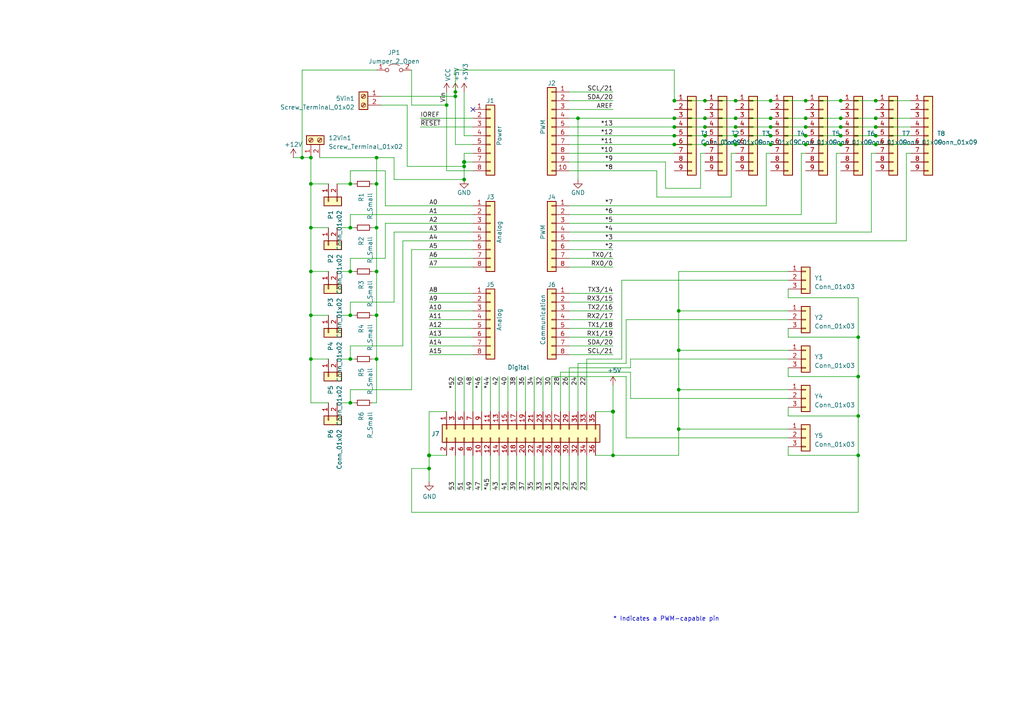
<source format=kicad_sch>
(kicad_sch (version 20230121) (generator eeschema)
  (paper "A4")
  (title_block (date "mar. 31 mars 2015"))
  (lib_symbols
    (symbol "Connector:Screw_Terminal_01x02" (pin_names (offset 1.016) hide)
      (property "Reference" "J" (at 0 2.54 0))
      (property "Value" "Screw_Terminal_01x02" (at 0 -5.08 0))
      (symbol "Screw_Terminal_01x02_1_1"
        (rectangle (start -1.27 1.27) (end 1.27 -3.81) (stroke (width 0.254)) (fill (type background)))
        (circle (center 0 -2.54) (radius 0.635) (stroke (width 0.1524)))
        (polyline (pts (xy -0.5334 -2.2098) (xy 0.3302 -3.048)) (stroke (width 0.1524)))
        (polyline (pts (xy -0.5334 0.3302) (xy 0.3302 -0.508)) (stroke (width 0.1524)))
        (polyline (pts (xy -0.3556 -2.032) (xy 0.508 -2.8702)) (stroke (width 0.1524)))
        (polyline (pts (xy -0.3556 0.508) (xy 0.508 -0.3302)) (stroke (width 0.1524)))
        (circle (center 0 0) (radius 0.635) (stroke (width 0.1524)))
        (pin passive line (at -5.08 0 0) (length 3.81) (name "Pin_1") (number "1"))
        (pin passive line (at -5.08 -2.54 0) (length 3.81) (name "Pin_2") (number "2"))
      )
    )
    (symbol "Connector_Generic:Conn_01x02" (pin_names (offset 1.016) hide)
      (property "Reference" "J" (at 0 2.54 0))
      (property "Value" "Conn_01x02" (at 0 -5.08 0))
      (symbol "Conn_01x02_1_1"
        (rectangle (start -1.27 -2.413) (end 0 -2.667) (stroke (width 0.1524)))
        (rectangle (start -1.27 0.127) (end 0 -0.127) (stroke (width 0.1524)))
        (rectangle (start -1.27 1.27) (end 1.27 -3.81) (stroke (width 0.254)) (fill (type background)))
        (pin passive line (at -5.08 0 0) (length 3.81) (name "Pin_1") (number "1"))
        (pin passive line (at -5.08 -2.54 0) (length 3.81) (name "Pin_2") (number "2"))
      )
    )
    (symbol "Connector_Generic:Conn_01x03" (pin_names (offset 1.016) hide)
      (property "Reference" "J" (at 0 5.08 0))
      (property "Value" "Conn_01x03" (at 0 -5.08 0))
      (symbol "Conn_01x03_1_1"
        (rectangle (start -1.27 -2.413) (end 0 -2.667) (stroke (width 0.1524)))
        (rectangle (start -1.27 0.127) (end 0 -0.127) (stroke (width 0.1524)))
        (rectangle (start -1.27 2.667) (end 0 2.413) (stroke (width 0.1524)))
        (rectangle (start -1.27 3.81) (end 1.27 -3.81) (stroke (width 0.254)) (fill (type background)))
        (pin passive line (at -5.08 2.54 0) (length 3.81) (name "Pin_1") (number "1"))
        (pin passive line (at -5.08 0 0) (length 3.81) (name "Pin_2") (number "2"))
        (pin passive line (at -5.08 -2.54 0) (length 3.81) (name "Pin_3") (number "3"))
      )
    )
    (symbol "Connector_Generic:Conn_01x08" (pin_names (offset 1.016) hide)
      (property "Reference" "J" (at 0 10.16 0))
      (property "Value" "Conn_01x08" (at 0 -12.7 0))
      (symbol "Conn_01x08_1_1"
        (rectangle (start -1.27 -10.033) (end 0 -10.287) (stroke (width 0.1524)))
        (rectangle (start -1.27 -7.493) (end 0 -7.747) (stroke (width 0.1524)))
        (rectangle (start -1.27 -4.953) (end 0 -5.207) (stroke (width 0.1524)))
        (rectangle (start -1.27 -2.413) (end 0 -2.667) (stroke (width 0.1524)))
        (rectangle (start -1.27 0.127) (end 0 -0.127) (stroke (width 0.1524)))
        (rectangle (start -1.27 2.667) (end 0 2.413) (stroke (width 0.1524)))
        (rectangle (start -1.27 5.207) (end 0 4.953) (stroke (width 0.1524)))
        (rectangle (start -1.27 7.747) (end 0 7.493) (stroke (width 0.1524)))
        (rectangle (start -1.27 8.89) (end 1.27 -11.43) (stroke (width 0.254)) (fill (type background)))
        (pin passive line (at -5.08 7.62 0) (length 3.81) (name "Pin_1") (number "1"))
        (pin passive line (at -5.08 5.08 0) (length 3.81) (name "Pin_2") (number "2"))
        (pin passive line (at -5.08 2.54 0) (length 3.81) (name "Pin_3") (number "3"))
        (pin passive line (at -5.08 0 0) (length 3.81) (name "Pin_4") (number "4"))
        (pin passive line (at -5.08 -2.54 0) (length 3.81) (name "Pin_5") (number "5"))
        (pin passive line (at -5.08 -5.08 0) (length 3.81) (name "Pin_6") (number "6"))
        (pin passive line (at -5.08 -7.62 0) (length 3.81) (name "Pin_7") (number "7"))
        (pin passive line (at -5.08 -10.16 0) (length 3.81) (name "Pin_8") (number "8"))
      )
    )
    (symbol "Connector_Generic:Conn_01x09" (pin_names (offset 1.016) hide)
      (property "Reference" "J" (at 0 12.7 0))
      (property "Value" "Conn_01x09" (at 0 -12.7 0))
      (symbol "Conn_01x09_1_1"
        (rectangle (start -1.27 -10.033) (end 0 -10.287) (stroke (width 0.1524)))
        (rectangle (start -1.27 -7.493) (end 0 -7.747) (stroke (width 0.1524)))
        (rectangle (start -1.27 -4.953) (end 0 -5.207) (stroke (width 0.1524)))
        (rectangle (start -1.27 -2.413) (end 0 -2.667) (stroke (width 0.1524)))
        (rectangle (start -1.27 0.127) (end 0 -0.127) (stroke (width 0.1524)))
        (rectangle (start -1.27 2.667) (end 0 2.413) (stroke (width 0.1524)))
        (rectangle (start -1.27 5.207) (end 0 4.953) (stroke (width 0.1524)))
        (rectangle (start -1.27 7.747) (end 0 7.493) (stroke (width 0.1524)))
        (rectangle (start -1.27 10.287) (end 0 10.033) (stroke (width 0.1524)))
        (rectangle (start -1.27 11.43) (end 1.27 -11.43) (stroke (width 0.254)) (fill (type background)))
        (pin passive line (at -5.08 10.16 0) (length 3.81) (name "Pin_1") (number "1"))
        (pin passive line (at -5.08 7.62 0) (length 3.81) (name "Pin_2") (number "2"))
        (pin passive line (at -5.08 5.08 0) (length 3.81) (name "Pin_3") (number "3"))
        (pin passive line (at -5.08 2.54 0) (length 3.81) (name "Pin_4") (number "4"))
        (pin passive line (at -5.08 0 0) (length 3.81) (name "Pin_5") (number "5"))
        (pin passive line (at -5.08 -2.54 0) (length 3.81) (name "Pin_6") (number "6"))
        (pin passive line (at -5.08 -5.08 0) (length 3.81) (name "Pin_7") (number "7"))
        (pin passive line (at -5.08 -7.62 0) (length 3.81) (name "Pin_8") (number "8"))
        (pin passive line (at -5.08 -10.16 0) (length 3.81) (name "Pin_9") (number "9"))
      )
    )
    (symbol "Connector_Generic:Conn_01x10" (pin_names (offset 1.016) hide)
      (property "Reference" "J" (at 0 12.7 0))
      (property "Value" "Conn_01x10" (at 0 -15.24 0))
      (symbol "Conn_01x10_1_1"
        (rectangle (start -1.27 -12.573) (end 0 -12.827) (stroke (width 0.1524)))
        (rectangle (start -1.27 -10.033) (end 0 -10.287) (stroke (width 0.1524)))
        (rectangle (start -1.27 -7.493) (end 0 -7.747) (stroke (width 0.1524)))
        (rectangle (start -1.27 -4.953) (end 0 -5.207) (stroke (width 0.1524)))
        (rectangle (start -1.27 -2.413) (end 0 -2.667) (stroke (width 0.1524)))
        (rectangle (start -1.27 0.127) (end 0 -0.127) (stroke (width 0.1524)))
        (rectangle (start -1.27 2.667) (end 0 2.413) (stroke (width 0.1524)))
        (rectangle (start -1.27 5.207) (end 0 4.953) (stroke (width 0.1524)))
        (rectangle (start -1.27 7.747) (end 0 7.493) (stroke (width 0.1524)))
        (rectangle (start -1.27 10.287) (end 0 10.033) (stroke (width 0.1524)))
        (rectangle (start -1.27 11.43) (end 1.27 -13.97) (stroke (width 0.254)) (fill (type background)))
        (pin passive line (at -5.08 10.16 0) (length 3.81) (name "Pin_1") (number "1"))
        (pin passive line (at -5.08 -12.7 0) (length 3.81) (name "Pin_10") (number "10"))
        (pin passive line (at -5.08 7.62 0) (length 3.81) (name "Pin_2") (number "2"))
        (pin passive line (at -5.08 5.08 0) (length 3.81) (name "Pin_3") (number "3"))
        (pin passive line (at -5.08 2.54 0) (length 3.81) (name "Pin_4") (number "4"))
        (pin passive line (at -5.08 0 0) (length 3.81) (name "Pin_5") (number "5"))
        (pin passive line (at -5.08 -2.54 0) (length 3.81) (name "Pin_6") (number "6"))
        (pin passive line (at -5.08 -5.08 0) (length 3.81) (name "Pin_7") (number "7"))
        (pin passive line (at -5.08 -7.62 0) (length 3.81) (name "Pin_8") (number "8"))
        (pin passive line (at -5.08 -10.16 0) (length 3.81) (name "Pin_9") (number "9"))
      )
    )
    (symbol "Connector_Generic:Conn_02x18_Odd_Even" (pin_names (offset 1.016) hide)
      (property "Reference" "J" (at 1.27 22.86 0))
      (property "Value" "Conn_02x18_Odd_Even" (at 1.27 -25.4 0))
      (symbol "Conn_02x18_Odd_Even_1_1"
        (rectangle (start -1.27 -22.733) (end 0 -22.987) (stroke (width 0.1524)))
        (rectangle (start -1.27 -20.193) (end 0 -20.447) (stroke (width 0.1524)))
        (rectangle (start -1.27 -17.653) (end 0 -17.907) (stroke (width 0.1524)))
        (rectangle (start -1.27 -15.113) (end 0 -15.367) (stroke (width 0.1524)))
        (rectangle (start -1.27 -12.573) (end 0 -12.827) (stroke (width 0.1524)))
        (rectangle (start -1.27 -10.033) (end 0 -10.287) (stroke (width 0.1524)))
        (rectangle (start -1.27 -7.493) (end 0 -7.747) (stroke (width 0.1524)))
        (rectangle (start -1.27 -4.953) (end 0 -5.207) (stroke (width 0.1524)))
        (rectangle (start -1.27 -2.413) (end 0 -2.667) (stroke (width 0.1524)))
        (rectangle (start -1.27 0.127) (end 0 -0.127) (stroke (width 0.1524)))
        (rectangle (start -1.27 2.667) (end 0 2.413) (stroke (width 0.1524)))
        (rectangle (start -1.27 5.207) (end 0 4.953) (stroke (width 0.1524)))
        (rectangle (start -1.27 7.747) (end 0 7.493) (stroke (width 0.1524)))
        (rectangle (start -1.27 10.287) (end 0 10.033) (stroke (width 0.1524)))
        (rectangle (start -1.27 12.827) (end 0 12.573) (stroke (width 0.1524)))
        (rectangle (start -1.27 15.367) (end 0 15.113) (stroke (width 0.1524)))
        (rectangle (start -1.27 17.907) (end 0 17.653) (stroke (width 0.1524)))
        (rectangle (start -1.27 20.447) (end 0 20.193) (stroke (width 0.1524)))
        (rectangle (start -1.27 21.59) (end 3.81 -24.13) (stroke (width 0.254)) (fill (type background)))
        (rectangle (start 3.81 -22.733) (end 2.54 -22.987) (stroke (width 0.1524)))
        (rectangle (start 3.81 -20.193) (end 2.54 -20.447) (stroke (width 0.1524)))
        (rectangle (start 3.81 -17.653) (end 2.54 -17.907) (stroke (width 0.1524)))
        (rectangle (start 3.81 -15.113) (end 2.54 -15.367) (stroke (width 0.1524)))
        (rectangle (start 3.81 -12.573) (end 2.54 -12.827) (stroke (width 0.1524)))
        (rectangle (start 3.81 -10.033) (end 2.54 -10.287) (stroke (width 0.1524)))
        (rectangle (start 3.81 -7.493) (end 2.54 -7.747) (stroke (width 0.1524)))
        (rectangle (start 3.81 -4.953) (end 2.54 -5.207) (stroke (width 0.1524)))
        (rectangle (start 3.81 -2.413) (end 2.54 -2.667) (stroke (width 0.1524)))
        (rectangle (start 3.81 0.127) (end 2.54 -0.127) (stroke (width 0.1524)))
        (rectangle (start 3.81 2.667) (end 2.54 2.413) (stroke (width 0.1524)))
        (rectangle (start 3.81 5.207) (end 2.54 4.953) (stroke (width 0.1524)))
        (rectangle (start 3.81 7.747) (end 2.54 7.493) (stroke (width 0.1524)))
        (rectangle (start 3.81 10.287) (end 2.54 10.033) (stroke (width 0.1524)))
        (rectangle (start 3.81 12.827) (end 2.54 12.573) (stroke (width 0.1524)))
        (rectangle (start 3.81 15.367) (end 2.54 15.113) (stroke (width 0.1524)))
        (rectangle (start 3.81 17.907) (end 2.54 17.653) (stroke (width 0.1524)))
        (rectangle (start 3.81 20.447) (end 2.54 20.193) (stroke (width 0.1524)))
        (pin passive line (at -5.08 20.32 0) (length 3.81) (name "Pin_1") (number "1"))
        (pin passive line (at 7.62 10.16 180) (length 3.81) (name "Pin_10") (number "10"))
        (pin passive line (at -5.08 7.62 0) (length 3.81) (name "Pin_11") (number "11"))
        (pin passive line (at 7.62 7.62 180) (length 3.81) (name "Pin_12") (number "12"))
        (pin passive line (at -5.08 5.08 0) (length 3.81) (name "Pin_13") (number "13"))
        (pin passive line (at 7.62 5.08 180) (length 3.81) (name "Pin_14") (number "14"))
        (pin passive line (at -5.08 2.54 0) (length 3.81) (name "Pin_15") (number "15"))
        (pin passive line (at 7.62 2.54 180) (length 3.81) (name "Pin_16") (number "16"))
        (pin passive line (at -5.08 0 0) (length 3.81) (name "Pin_17") (number "17"))
        (pin passive line (at 7.62 0 180) (length 3.81) (name "Pin_18") (number "18"))
        (pin passive line (at -5.08 -2.54 0) (length 3.81) (name "Pin_19") (number "19"))
        (pin passive line (at 7.62 20.32 180) (length 3.81) (name "Pin_2") (number "2"))
        (pin passive line (at 7.62 -2.54 180) (length 3.81) (name "Pin_20") (number "20"))
        (pin passive line (at -5.08 -5.08 0) (length 3.81) (name "Pin_21") (number "21"))
        (pin passive line (at 7.62 -5.08 180) (length 3.81) (name "Pin_22") (number "22"))
        (pin passive line (at -5.08 -7.62 0) (length 3.81) (name "Pin_23") (number "23"))
        (pin passive line (at 7.62 -7.62 180) (length 3.81) (name "Pin_24") (number "24"))
        (pin passive line (at -5.08 -10.16 0) (length 3.81) (name "Pin_25") (number "25"))
        (pin passive line (at 7.62 -10.16 180) (length 3.81) (name "Pin_26") (number "26"))
        (pin passive line (at -5.08 -12.7 0) (length 3.81) (name "Pin_27") (number "27"))
        (pin passive line (at 7.62 -12.7 180) (length 3.81) (name "Pin_28") (number "28"))
        (pin passive line (at -5.08 -15.24 0) (length 3.81) (name "Pin_29") (number "29"))
        (pin passive line (at -5.08 17.78 0) (length 3.81) (name "Pin_3") (number "3"))
        (pin passive line (at 7.62 -15.24 180) (length 3.81) (name "Pin_30") (number "30"))
        (pin passive line (at -5.08 -17.78 0) (length 3.81) (name "Pin_31") (number "31"))
        (pin passive line (at 7.62 -17.78 180) (length 3.81) (name "Pin_32") (number "32"))
        (pin passive line (at -5.08 -20.32 0) (length 3.81) (name "Pin_33") (number "33"))
        (pin passive line (at 7.62 -20.32 180) (length 3.81) (name "Pin_34") (number "34"))
        (pin passive line (at -5.08 -22.86 0) (length 3.81) (name "Pin_35") (number "35"))
        (pin passive line (at 7.62 -22.86 180) (length 3.81) (name "Pin_36") (number "36"))
        (pin passive line (at 7.62 17.78 180) (length 3.81) (name "Pin_4") (number "4"))
        (pin passive line (at -5.08 15.24 0) (length 3.81) (name "Pin_5") (number "5"))
        (pin passive line (at 7.62 15.24 180) (length 3.81) (name "Pin_6") (number "6"))
        (pin passive line (at -5.08 12.7 0) (length 3.81) (name "Pin_7") (number "7"))
        (pin passive line (at 7.62 12.7 180) (length 3.81) (name "Pin_8") (number "8"))
        (pin passive line (at -5.08 10.16 0) (length 3.81) (name "Pin_9") (number "9"))
      )
    )
    (symbol "Device:R_Small" (pin_numbers hide) (pin_names (offset 0.254) hide)
      (property "Reference" "R" (at 0.762 0.508 0))
      (property "Value" "R_Small" (at 0.762 -1.016 0))
      (symbol "R_Small_0_1"
        (rectangle (start -0.762 1.778) (end 0.762 -1.778) (stroke (width 0.2032)))
      )
      (symbol "R_Small_1_1"
        (pin passive line (at 0 2.54 270) (length 0.762) (name "~") (number "1"))
        (pin passive line (at 0 -2.54 90) (length 0.762) (name "~") (number "2"))
      )
    )
    (symbol "Jumper:Jumper_2_Open" (pin_names (offset 0) hide)
      (property "Reference" "JP" (at 0 2.794 0))
      (property "Value" "Jumper_2_Open" (at 0 -2.286 0))
      (symbol "Jumper_2_Open_0_0"
        (circle (center -2.032 0) (radius 0.508))
        (circle (center 2.032 0) (radius 0.508))
      )
      (symbol "Jumper_2_Open_0_1"
        (arc (start 1.524 1.27) (mid 0 1.778) (end -1.524 1.27))
      )
      (symbol "Jumper_2_Open_1_1"
        (pin passive line (at -5.08 0 0) (length 2.54) (name "A") (number "1"))
        (pin passive line (at 5.08 0 180) (length 2.54) (name "B") (number "2"))
      )
    )
    (symbol "power:+12V" (power) (pin_names (offset 0))
      (property "Value" "+12V" (at 0 3.556 0))
      (symbol "+12V_0_1"
        (polyline (pts (xy -0.762 1.27) (xy 0 2.54)))
        (polyline (pts (xy 0 0) (xy 0 2.54)))
        (polyline (pts (xy 0 2.54) (xy 0.762 1.27)))
      )
      (symbol "+12V_1_1"
        (pin power_in line (at 0 0 90) (length 0) hide (name "+12V") (number "1"))
      )
    )
    (symbol "power:+3V3" (power) (pin_names (offset 0))
      (property "Value" "+3V3" (at 0 3.556 0))
      (symbol "+3V3_0_1"
        (polyline (pts (xy -0.762 1.27) (xy 0 2.54)))
        (polyline (pts (xy 0 0) (xy 0 2.54)))
        (polyline (pts (xy 0 2.54) (xy 0.762 1.27)))
      )
      (symbol "+3V3_1_1"
        (pin power_in line (at 0 0 90) (length 0) hide (name "+3V3") (number "1"))
      )
    )
    (symbol "power:+5V" (power) (pin_names (offset 0))
      (property "Value" "+5V" (at 0 3.556 0))
      (symbol "+5V_0_1"
        (polyline (pts (xy -0.762 1.27) (xy 0 2.54)))
        (polyline (pts (xy 0 0) (xy 0 2.54)))
        (polyline (pts (xy 0 2.54) (xy 0.762 1.27)))
      )
      (symbol "+5V_1_1"
        (pin power_in line (at 0 0 90) (length 0) hide (name "+5V") (number "1"))
      )
    )
    (symbol "power:GND" (power) (pin_names (offset 0))
      (property "Value" "GND" (at 0 -3.81 0))
      (symbol "GND_0_1"
        (polyline (pts (xy 0 0) (xy 0 -1.27) (xy 1.27 -1.27) (xy 0 -2.54) (xy -1.27 -1.27) (xy 0 -1.27)))
      )
      (symbol "GND_1_1"
        (pin power_in line (at 0 0 270) (length 0) hide (name "GND") (number "1"))
      )
    )
    (symbol "power:VCC" (power) (pin_names (offset 0))
      (property "Value" "VCC" (at 0 3.81 0))
      (symbol "VCC_0_1"
        (polyline (pts (xy -0.762 1.27) (xy 0 2.54)))
        (polyline (pts (xy 0 0) (xy 0 2.54)))
        (polyline (pts (xy 0 2.54) (xy 0.762 1.27)))
      )
      (symbol "VCC_1_1"
        (pin power_in line (at 0 0 90) (length 0) hide (name "VCC") (number "1"))
      )
    )
  )
  (junction (at 233.68 41.91))
  (junction (at 243.84 36.83))
  (junction (at 90.17 45.72))
  (junction (at 124.46 132.08) (diameter 1.016))
  (junction (at 223.52 41.91))
  (junction (at 129.54 30.48))
  (junction (at 204.47 34.29))
  (junction (at 254 34.29))
  (junction (at 101.6 66.04))
  (junction (at 134.62 52.07))
  (junction (at 90.17 78.74))
  (junction (at 213.36 39.37))
  (junction (at 248.92 120.65))
  (junction (at 223.52 39.37))
  (junction (at 195.58 41.91))
  (junction (at 223.52 29.21))
  (junction (at 248.92 97.79))
  (junction (at 134.62 46.99) (diameter 1.016))
  (junction (at 90.17 104.14))
  (junction (at 204.47 29.21))
  (junction (at 248.92 109.22))
  (junction (at 109.22 66.04))
  (junction (at 132.08 26.67))
  (junction (at 134.62 48.26))
  (junction (at 101.6 116.84))
  (junction (at 243.84 34.29))
  (junction (at 248.92 132.08))
  (junction (at 243.84 39.37))
  (junction (at 132.08 27.94))
  (junction (at 195.58 39.37))
  (junction (at 204.47 41.91))
  (junction (at 233.68 36.83))
  (junction (at 124.46 135.89))
  (junction (at 243.84 29.21))
  (junction (at 204.47 39.37))
  (junction (at 243.84 41.91))
  (junction (at 254 39.37))
  (junction (at 177.8 132.08))
  (junction (at 254 36.83))
  (junction (at 167.64 34.29))
  (junction (at 109.22 45.72))
  (junction (at 101.6 104.14))
  (junction (at 109.22 78.74))
  (junction (at 90.17 66.04))
  (junction (at 109.22 53.34))
  (junction (at 254 41.91))
  (junction (at 213.36 36.83))
  (junction (at 204.47 36.83))
  (junction (at 87.63 45.72))
  (junction (at 223.52 36.83))
  (junction (at 101.6 53.34))
  (junction (at 101.6 91.44))
  (junction (at 195.58 29.21))
  (junction (at 223.52 34.29))
  (junction (at 90.17 91.44))
  (junction (at 195.58 34.29))
  (junction (at 196.85 113.03))
  (junction (at 213.36 29.21))
  (junction (at 233.68 29.21))
  (junction (at 196.85 90.17))
  (junction (at 213.36 34.29))
  (junction (at 90.17 53.34))
  (junction (at 233.68 34.29))
  (junction (at 195.58 36.83))
  (junction (at 109.22 91.44))
  (junction (at 213.36 41.91))
  (junction (at 196.85 124.46))
  (junction (at 177.8 119.38) (diameter 1.016))
  (junction (at 101.6 78.74))
  (junction (at 233.68 39.37))
  (junction (at 254 29.21))
  (junction (at 196.85 101.6))
  (junction (at 109.22 104.14))
  (no_connect (at 137.16 31.75))
  (wire (pts (xy 228.6 109.22) (xy 248.92 109.22)))
  (wire (pts (xy 233.68 41.91) (xy 243.84 41.91)))
  (wire (pts (xy 165.1 77.47) (xy 177.8 77.47)))
  (wire (pts (xy 101.6 100.33) (xy 116.84 100.33)))
  (wire (pts (xy 252.73 44.45) (xy 254 44.45)))
  (wire (pts (xy 97.79 91.44) (xy 101.6 91.44)))
  (wire (pts (xy 97.79 53.34) (xy 101.6 53.34)))
  (wire (pts (xy 124.46 77.47) (xy 137.16 77.47)))
  (wire (pts (xy 254 39.37) (xy 264.16 39.37)))
  (wire (pts (xy 101.6 66.04) (xy 102.87 66.04)))
  (wire (pts (xy 85.09 45.72) (xy 87.63 45.72)))
  (wire (pts (xy 228.6 115.57) (xy 182.88 115.57)))
  (wire (pts (xy 165.1 44.45) (xy 195.58 44.45)))
  (wire (pts (xy 228.6 95.25) (xy 228.6 97.79)))
  (wire (pts (xy 147.32 109.22) (xy 147.32 119.38)))
  (wire (pts (xy 196.85 113.03) (xy 228.6 113.03)))
  (wire (pts (xy 90.17 104.14) (xy 95.25 104.14)))
  (wire (pts (xy 196.85 90.17) (xy 196.85 101.6)))
  (wire (pts (xy 165.1 26.67) (xy 177.8 26.67)))
  (wire (pts (xy 203.2 54.61) (xy 193.04 54.61)))
  (wire (pts (xy 149.86 109.22) (xy 149.86 119.38)))
  (wire (pts (xy 190.5 49.53) (xy 190.5 57.15)))
  (wire (pts (xy 213.36 41.91) (xy 223.52 41.91)))
  (wire (pts (xy 196.85 113.03) (xy 196.85 124.46)))
  (wire (pts (xy 177.8 119.38) (xy 177.8 132.08)))
  (wire (pts (xy 167.64 105.41) (xy 167.64 119.38)))
  (wire (pts (xy 181.61 127) (xy 181.61 109.22)))
  (wire (pts (xy 114.3 45.72) (xy 114.3 52.07)))
  (wire (pts (xy 129.54 119.38) (xy 124.46 119.38)))
  (wire (pts (xy 101.6 78.74) (xy 102.87 78.74)))
  (wire (pts (xy 204.47 36.83) (xy 213.36 36.83)))
  (wire (pts (xy 165.1 90.17) (xy 177.8 90.17)))
  (wire (pts (xy 134.62 44.45) (xy 134.62 46.99)))
  (wire (pts (xy 167.64 34.29) (xy 195.58 34.29)))
  (wire (pts (xy 195.58 41.91) (xy 204.47 41.91)))
  (wire (pts (xy 213.36 36.83) (xy 223.52 36.83)))
  (wire (pts (xy 204.47 39.37) (xy 213.36 39.37)))
  (wire (pts (xy 109.22 91.44) (xy 109.22 104.14)))
  (wire (pts (xy 152.4 132.08) (xy 152.4 142.24)))
  (wire (pts (xy 119.38 72.39) (xy 137.16 72.39)))
  (wire (pts (xy 233.68 34.29) (xy 243.84 34.29)))
  (wire (pts (xy 196.85 78.74) (xy 196.85 90.17)))
  (wire (pts (xy 223.52 34.29) (xy 233.68 34.29)))
  (wire (pts (xy 157.48 109.22) (xy 157.48 119.38)))
  (wire (pts (xy 213.36 34.29) (xy 223.52 34.29)))
  (wire (pts (xy 101.6 113.03) (xy 119.38 113.03)))
  (wire (pts (xy 134.62 109.22) (xy 134.62 119.38)))
  (wire (pts (xy 119.38 30.48) (xy 129.54 30.48)))
  (wire (pts (xy 228.6 97.79) (xy 248.92 97.79)))
  (wire (pts (xy 181.61 92.71) (xy 181.61 105.41)))
  (wire (pts (xy 228.6 118.11) (xy 228.6 120.65)))
  (wire (pts (xy 134.62 46.99) (xy 134.62 48.26)))
  (wire (pts (xy 101.6 74.93) (xy 111.76 74.93)))
  (wire (pts (xy 222.25 44.45) (xy 223.52 44.45)))
  (wire (pts (xy 101.6 104.14) (xy 101.6 100.33)))
  (wire (pts (xy 165.1 132.08) (xy 165.1 142.24)))
  (wire (pts (xy 90.17 45.72) (xy 90.17 53.34)))
  (wire (pts (xy 109.22 66.04) (xy 107.95 66.04)))
  (wire (pts (xy 134.62 39.37) (xy 137.16 39.37)))
  (wire (pts (xy 223.52 36.83) (xy 233.68 36.83)))
  (wire (pts (xy 195.58 36.83) (xy 204.47 36.83)))
  (wire (pts (xy 132.08 26.67) (xy 132.08 27.94)))
  (wire (pts (xy 144.78 109.22) (xy 144.78 119.38)))
  (wire (pts (xy 109.22 45.72) (xy 109.22 53.34)))
  (wire (pts (xy 204.47 34.29) (xy 213.36 34.29)))
  (wire (pts (xy 90.17 78.74) (xy 90.17 91.44)))
  (wire (pts (xy 132.08 41.91) (xy 137.16 41.91)))
  (wire (pts (xy 170.18 104.14) (xy 170.18 119.38)))
  (wire (pts (xy 154.94 132.08) (xy 154.94 142.24)))
  (wire (pts (xy 101.6 53.34) (xy 102.87 53.34)))
  (wire (pts (xy 132.08 20.32) (xy 132.08 26.67)))
  (wire (pts (xy 110.49 27.94) (xy 132.08 27.94)))
  (wire (pts (xy 124.46 102.87) (xy 137.16 102.87)))
  (wire (pts (xy 139.7 132.08) (xy 139.7 142.24)))
  (wire (pts (xy 101.6 87.63) (xy 114.3 87.63)))
  (wire (pts (xy 162.56 132.08) (xy 162.56 142.24)))
  (wire (pts (xy 162.56 107.95) (xy 162.56 119.38)))
  (wire (pts (xy 242.57 44.45) (xy 243.84 44.45)))
  (wire (pts (xy 204.47 29.21) (xy 213.36 29.21)))
  (wire (pts (xy 181.61 105.41) (xy 167.64 105.41)))
  (wire (pts (xy 165.1 36.83) (xy 195.58 36.83)))
  (wire (pts (xy 134.62 26.67) (xy 134.62 39.37)))
  (wire (pts (xy 165.1 59.69) (xy 222.25 59.69)))
  (wire (pts (xy 97.79 78.74) (xy 101.6 78.74)))
  (wire (pts (xy 109.22 78.74) (xy 109.22 91.44)))
  (wire (pts (xy 212.09 44.45) (xy 212.09 57.15)))
  (wire (pts (xy 111.76 59.69) (xy 137.16 59.69)))
  (wire (pts (xy 101.6 66.04) (xy 101.6 62.23)))
  (wire (pts (xy 119.38 135.89) (xy 124.46 135.89)))
  (wire (pts (xy 118.11 48.26) (xy 134.62 48.26)))
  (wire (pts (xy 165.1 39.37) (xy 195.58 39.37)))
  (wire (pts (xy 254 36.83) (xy 264.16 36.83)))
  (wire (pts (xy 165.1 62.23) (xy 232.41 62.23)))
  (wire (pts (xy 182.88 115.57) (xy 182.88 107.95)))
  (wire (pts (xy 195.58 20.32) (xy 195.58 29.21)))
  (wire (pts (xy 87.63 45.72) (xy 90.17 45.72)))
  (wire (pts (xy 114.3 87.63) (xy 114.3 67.31)))
  (wire (pts (xy 90.17 104.14) (xy 90.17 116.84)))
  (wire (pts (xy 228.6 104.14) (xy 182.88 104.14)))
  (wire (pts (xy 248.92 120.65) (xy 248.92 132.08)))
  (wire (pts (xy 233.68 39.37) (xy 243.84 39.37)))
  (wire (pts (xy 165.1 97.79) (xy 177.8 97.79)))
  (wire (pts (xy 228.6 86.36) (xy 248.92 86.36)))
  (wire (pts (xy 254 41.91) (xy 264.16 41.91)))
  (wire (pts (xy 243.84 41.91) (xy 254 41.91)))
  (wire (pts (xy 180.34 104.14) (xy 170.18 104.14)))
  (wire (pts (xy 262.89 69.85) (xy 262.89 44.45)))
  (wire (pts (xy 243.84 29.21) (xy 254 29.21)))
  (wire (pts (xy 90.17 91.44) (xy 95.25 91.44)))
  (wire (pts (xy 154.94 109.22) (xy 154.94 119.38)))
  (wire (pts (xy 124.46 119.38) (xy 124.46 132.08)))
  (wire (pts (xy 243.84 34.29) (xy 254 34.29)))
  (wire (pts (xy 90.17 91.44) (xy 90.17 104.14)))
  (wire (pts (xy 139.7 109.22) (xy 139.7 119.38)))
  (wire (pts (xy 129.54 132.08) (xy 124.46 132.08)))
  (wire (pts (xy 196.85 90.17) (xy 228.6 90.17)))
  (wire (pts (xy 90.17 78.74) (xy 95.25 78.74)))
  (wire (pts (xy 87.63 20.32) (xy 109.22 20.32)))
  (wire (pts (xy 165.1 46.99) (xy 193.04 46.99)))
  (wire (pts (xy 213.36 29.21) (xy 223.52 29.21)))
  (wire (pts (xy 142.24 132.08) (xy 142.24 142.24)))
  (wire (pts (xy 182.88 107.95) (xy 162.56 107.95)))
  (wire (pts (xy 160.02 132.08) (xy 160.02 142.24)))
  (wire (pts (xy 137.16 132.08) (xy 137.16 142.24)))
  (wire (pts (xy 182.88 104.14) (xy 182.88 106.68)))
  (wire (pts (xy 165.1 67.31) (xy 252.73 67.31)))
  (wire (pts (xy 228.6 127) (xy 181.61 127)))
  (wire (pts (xy 195.58 39.37) (xy 204.47 39.37)))
  (wire (pts (xy 147.32 132.08) (xy 147.32 142.24)))
  (wire (pts (xy 142.24 109.22) (xy 142.24 119.38)))
  (wire (pts (xy 118.11 30.48) (xy 118.11 48.26)))
  (wire (pts (xy 252.73 67.31) (xy 252.73 44.45)))
  (wire (pts (xy 101.6 53.34) (xy 101.6 49.53)))
  (wire (pts (xy 121.92 34.29) (xy 137.16 34.29)))
  (wire (pts (xy 222.25 59.69) (xy 222.25 44.45)))
  (wire (pts (xy 87.63 20.32) (xy 87.63 45.72)))
  (wire (pts (xy 132.08 27.94) (xy 132.08 41.91)))
  (wire (pts (xy 97.79 104.14) (xy 101.6 104.14)))
  (wire (pts (xy 203.2 44.45) (xy 204.47 44.45)))
  (wire (pts (xy 165.1 87.63) (xy 177.8 87.63)))
  (wire (pts (xy 233.68 36.83) (xy 243.84 36.83)))
  (wire (pts (xy 228.6 78.74) (xy 196.85 78.74)))
  (wire (pts (xy 167.64 34.29) (xy 167.64 52.07)))
  (wire (pts (xy 262.89 44.45) (xy 264.16 44.45)))
  (wire (pts (xy 203.2 44.45) (xy 203.2 54.61)))
  (wire (pts (xy 223.52 29.21) (xy 233.68 29.21)))
  (wire (pts (xy 165.1 31.75) (xy 177.8 31.75)))
  (wire (pts (xy 196.85 124.46) (xy 228.6 124.46)))
  (wire (pts (xy 172.72 119.38) (xy 177.8 119.38)))
  (wire (pts (xy 101.6 91.44) (xy 102.87 91.44)))
  (wire (pts (xy 193.04 54.61) (xy 193.04 46.99)))
  (wire (pts (xy 165.1 95.25) (xy 177.8 95.25)))
  (wire (pts (xy 243.84 36.83) (xy 254 36.83)))
  (wire (pts (xy 124.46 92.71) (xy 137.16 92.71)))
  (wire (pts (xy 95.25 116.84) (xy 90.17 116.84)))
  (wire (pts (xy 111.76 64.77) (xy 137.16 64.77)))
  (wire (pts (xy 119.38 20.32) (xy 119.38 30.48)))
  (wire (pts (xy 121.92 36.83) (xy 137.16 36.83)))
  (wire (pts (xy 165.1 85.09) (xy 177.8 85.09)))
  (wire (pts (xy 124.46 132.08) (xy 124.46 135.89)))
  (wire (pts (xy 243.84 39.37) (xy 254 39.37)))
  (wire (pts (xy 137.16 46.99) (xy 134.62 46.99)))
  (wire (pts (xy 97.79 66.04) (xy 101.6 66.04)))
  (wire (pts (xy 124.46 135.89) (xy 124.46 139.7)))
  (wire (pts (xy 248.92 148.59) (xy 119.38 148.59)))
  (wire (pts (xy 228.6 129.54) (xy 228.6 132.08)))
  (wire (pts (xy 109.22 66.04) (xy 109.22 78.74)))
  (wire (pts (xy 119.38 113.03) (xy 119.38 72.39)))
  (wire (pts (xy 242.57 64.77) (xy 242.57 44.45)))
  (wire (pts (xy 109.22 104.14) (xy 109.22 116.84)))
  (wire (pts (xy 223.52 41.91) (xy 233.68 41.91)))
  (wire (pts (xy 101.6 116.84) (xy 102.87 116.84)))
  (wire (pts (xy 92.71 45.72) (xy 109.22 45.72)))
  (wire (pts (xy 134.62 48.26) (xy 134.62 52.07)))
  (wire (pts (xy 137.16 49.53) (xy 129.54 49.53)))
  (wire (pts (xy 132.08 109.22) (xy 132.08 119.38)))
  (wire (pts (xy 165.1 106.68) (xy 165.1 119.38)))
  (wire (pts (xy 109.22 116.84) (xy 107.95 116.84)))
  (wire (pts (xy 101.6 62.23) (xy 137.16 62.23)))
  (wire (pts (xy 232.41 44.45) (xy 233.68 44.45)))
  (wire (pts (xy 134.62 132.08) (xy 134.62 142.24)))
  (wire (pts (xy 195.58 29.21) (xy 204.47 29.21)))
  (wire (pts (xy 228.6 132.08) (xy 248.92 132.08)))
  (wire (pts (xy 248.92 97.79) (xy 248.92 109.22)))
  (wire (pts (xy 157.48 132.08) (xy 157.48 142.24)))
  (wire (pts (xy 132.08 20.32) (xy 195.58 20.32)))
  (wire (pts (xy 109.22 53.34) (xy 109.22 66.04)))
  (wire (pts (xy 95.25 53.34) (xy 90.17 53.34)))
  (wire (pts (xy 137.16 90.17) (xy 124.46 90.17)))
  (wire (pts (xy 177.8 111.76) (xy 177.8 119.38)))
  (wire (pts (xy 132.08 132.08) (xy 132.08 142.24)))
  (wire (pts (xy 248.92 86.36) (xy 248.92 97.79)))
  (wire (pts (xy 212.09 44.45) (xy 213.36 44.45)))
  (wire (pts (xy 165.1 92.71) (xy 177.8 92.71)))
  (wire (pts (xy 165.1 34.29) (xy 167.64 34.29)))
  (wire (pts (xy 149.86 132.08) (xy 149.86 142.24)))
  (wire (pts (xy 254 34.29) (xy 264.16 34.29)))
  (wire (pts (xy 196.85 101.6) (xy 196.85 113.03)))
  (wire (pts (xy 182.88 106.68) (xy 165.1 106.68)))
  (wire (pts (xy 137.16 44.45) (xy 134.62 44.45)))
  (wire (pts (xy 111.76 74.93) (xy 111.76 64.77)))
  (wire (pts (xy 124.46 97.79) (xy 137.16 97.79)))
  (wire (pts (xy 204.47 41.91) (xy 213.36 41.91)))
  (wire (pts (xy 196.85 124.46) (xy 196.85 132.08)))
  (wire (pts (xy 165.1 41.91) (xy 195.58 41.91)))
  (wire (pts (xy 116.84 100.33) (xy 116.84 69.85)))
  (wire (pts (xy 233.68 29.21) (xy 243.84 29.21)))
  (wire (pts (xy 109.22 53.34) (xy 107.95 53.34)))
  (wire (pts (xy 152.4 109.22) (xy 152.4 119.38)))
  (wire (pts (xy 195.58 34.29) (xy 204.47 34.29)))
  (wire (pts (xy 101.6 116.84) (xy 101.6 113.03)))
  (wire (pts (xy 109.22 104.14) (xy 107.95 104.14)))
  (wire (pts (xy 124.46 87.63) (xy 137.16 87.63)))
  (wire (pts (xy 97.79 116.84) (xy 101.6 116.84)))
  (wire (pts (xy 101.6 78.74) (xy 101.6 74.93)))
  (wire (pts (xy 190.5 57.15) (xy 212.09 57.15)))
  (wire (pts (xy 165.1 64.77) (xy 242.57 64.77)))
  (wire (pts (xy 213.36 39.37) (xy 223.52 39.37)))
  (wire (pts (xy 181.61 109.22) (xy 160.02 109.22)))
  (wire (pts (xy 109.22 91.44) (xy 107.95 91.44)))
  (wire (pts (xy 114.3 67.31) (xy 137.16 67.31)))
  (wire (pts (xy 137.16 109.22) (xy 137.16 119.38)))
  (wire (pts (xy 124.46 100.33) (xy 137.16 100.33)))
  (wire (pts (xy 90.17 53.34) (xy 90.17 66.04)))
  (wire (pts (xy 165.1 100.33) (xy 177.8 100.33)))
  (wire (pts (xy 172.72 132.08) (xy 177.8 132.08)))
  (wire (pts (xy 228.6 81.28) (xy 180.34 81.28)))
  (wire (pts (xy 228.6 120.65) (xy 248.92 120.65)))
  (wire (pts (xy 137.16 85.09) (xy 124.46 85.09)))
  (wire (pts (xy 160.02 109.22) (xy 160.02 119.38)))
  (wire (pts (xy 119.38 148.59) (xy 119.38 135.89)))
  (wire (pts (xy 248.92 109.22) (xy 248.92 120.65)))
  (wire (pts (xy 170.18 132.08) (xy 170.18 142.24)))
  (wire (pts (xy 167.64 132.08) (xy 167.64 142.24)))
  (wire (pts (xy 109.22 78.74) (xy 107.95 78.74)))
  (wire (pts (xy 248.92 132.08) (xy 248.92 148.59)))
  (wire (pts (xy 114.3 52.07) (xy 134.62 52.07)))
  (wire (pts (xy 165.1 29.21) (xy 177.8 29.21)))
  (wire (pts (xy 101.6 49.53) (xy 111.76 49.53)))
  (wire (pts (xy 228.6 92.71) (xy 181.61 92.71)))
  (wire (pts (xy 90.17 66.04) (xy 90.17 78.74)))
  (wire (pts (xy 165.1 72.39) (xy 177.8 72.39)))
  (wire (pts (xy 165.1 69.85) (xy 262.89 69.85)))
  (wire (pts (xy 111.76 49.53) (xy 111.76 59.69)))
  (wire (pts (xy 223.52 39.37) (xy 233.68 39.37)))
  (wire (pts (xy 101.6 104.14) (xy 102.87 104.14)))
  (wire (pts (xy 180.34 81.28) (xy 180.34 104.14)))
  (wire (pts (xy 232.41 62.23) (xy 232.41 44.45)))
  (wire (pts (xy 144.78 132.08) (xy 144.78 142.24)))
  (wire (pts (xy 165.1 102.87) (xy 177.8 102.87)))
  (wire (pts (xy 254 29.21) (xy 264.16 29.21)))
  (wire (pts (xy 228.6 106.68) (xy 228.6 109.22)))
  (wire (pts (xy 228.6 83.82) (xy 228.6 86.36)))
  (wire (pts (xy 129.54 30.48) (xy 129.54 49.53)))
  (wire (pts (xy 165.1 74.93) (xy 177.8 74.93)))
  (wire (pts (xy 137.16 95.25) (xy 124.46 95.25)))
  (wire (pts (xy 101.6 91.44) (xy 101.6 87.63)))
  (wire (pts (xy 129.54 26.67) (xy 129.54 30.48)))
  (wire (pts (xy 109.22 45.72) (xy 114.3 45.72)))
  (wire (pts (xy 137.16 74.93) (xy 124.46 74.93)))
  (wire (pts (xy 116.84 69.85) (xy 137.16 69.85)))
  (wire (pts (xy 110.49 30.48) (xy 118.11 30.48)))
  (wire (pts (xy 90.17 66.04) (xy 95.25 66.04)))
  (wire (pts (xy 165.1 49.53) (xy 190.5 49.53)))
  (wire (pts (xy 196.85 132.08) (xy 177.8 132.08)))
  (wire (pts (xy 196.85 101.6) (xy 228.6 101.6)))
  (text "* Indicates a PWM-capable pin" (at 177.8 180.34 0) (effects (font (size 1.27 1.27)) (justify left bottom)))
  (label "A10" (at 124.46 90.17 0))
  (label "RX0{slash}0" (at 177.8 77.47 180))
  (label "A15" (at 124.46 102.87 0))
  (label "A2" (at 124.46 64.77 0))
  (label "RX2{slash}17" (at 177.8 92.71 180))
  (label "*4" (at 177.8 67.31 180))
  (label "SDA{slash}20" (at 177.8 100.33 180))
  (label "26" (at 165.1 109.22 270))
  (label "31" (at 160.02 142.24 90))
  (label "22" (at 170.18 109.22 270))
  (label "33" (at 157.48 142.24 90))
  (label "36" (at 152.4 109.22 270))
  (label "*2" (at 177.8 72.39 180))
  (label "TX1{slash}18" (at 177.8 95.25 180))
  (label "*44" (at 142.24 109.22 270))
  (label "A3" (at 124.46 67.31 0))
  (label "*13" (at 177.8 36.83 180))
  (label "*52" (at 132.08 109.22 270))
  (label "*12" (at 177.8 39.37 180))
  (label "40" (at 147.32 109.22 270))
  (label "~{RESET}" (at 121.92 36.83 0))
  (label "35" (at 154.94 142.24 90))
  (label "*10" (at 177.8 44.45 180))
  (label "28" (at 162.56 109.22 270))
  (label "23" (at 170.18 142.24 90))
  (label "29" (at 162.56 142.24 90))
  (label "A13" (at 124.46 97.79 0))
  (label "41" (at 147.32 142.24 90))
  (label "30" (at 160.02 109.22 270))
  (label "47" (at 139.7 142.24 90))
  (label "34" (at 154.94 109.22 270))
  (label "*45" (at 142.24 142.24 90))
  (label "38" (at 149.86 109.22 270))
  (label "51" (at 134.62 142.24 90))
  (label "*7" (at 177.8 59.69 180))
  (label "SDA{slash}20" (at 177.8 29.21 180))
  (label "*8" (at 177.8 49.53 180))
  (label "A9" (at 124.46 87.63 0))
  (label "*11" (at 177.8 41.91 180))
  (label "*3" (at 177.8 69.85 180))
  (label "A6" (at 124.46 74.93 0))
  (label "42" (at 144.78 109.22 270))
  (label "A1" (at 124.46 62.23 0))
  (label "53" (at 132.08 142.24 90))
  (label "TX0{slash}1" (at 177.8 74.93 180))
  (label "24" (at 167.64 109.22 270))
  (label "RX1{slash}19" (at 177.8 97.79 180))
  (label "A0" (at 124.46 59.69 0))
  (label "AREF" (at 177.8 31.75 180))
  (label "A14" (at 124.46 100.33 0))
  (label "39" (at 149.86 142.24 90))
  (label "A8" (at 124.46 85.09 0))
  (label "Vin" (at 129.54 26.67 270))
  (label "27" (at 165.1 142.24 90))
  (label "37" (at 152.4 142.24 90))
  (label "25" (at 167.64 142.24 90))
  (label "*6" (at 177.8 62.23 180))
  (label "*46" (at 139.7 109.22 270))
  (label "SCL{slash}21" (at 177.8 26.67 180))
  (label "*9" (at 177.8 46.99 180))
  (label "50" (at 134.62 109.22 270))
  (label "TX2{slash}16" (at 177.8 90.17 180))
  (label "*5" (at 177.8 64.77 180))
  (label "IOREF" (at 121.92 34.29 0))
  (label "A7" (at 124.46 77.47 0))
  (label "A11" (at 124.46 92.71 0))
  (label "A4" (at 124.46 69.85 0))
  (label "49" (at 137.16 142.24 90))
  (label "A5" (at 124.46 72.39 0))
  (label "RX3{slash}15" (at 177.8 87.63 180))
  (label "TX3{slash}14" (at 177.8 85.09 180))
  (label "32" (at 157.48 109.22 270))
  (label "43" (at 144.78 142.24 90))
  (label "A12" (at 124.46 95.25 0))
  (label "SCL{slash}21" (at 177.8 102.87 180))
  (label "48" (at 137.16 109.22 270))
  (symbol (lib_id "Connector_Generic:Conn_01x08") (at 142.24 39.37 0) (unit 1)
    (property "Reference" "J1" (at 142.24 29.21 0))
    (property "Value" "Power" (at 144.78 39.37 90))
    (property "Footprint" "Connector_PinSocket_2.54mm:PinSocket_1x08_P2.54mm_Vertical" (effects hide))
  )
  (symbol (lib_id "power:+3V3") (at 134.62 26.67 0) (unit 1)
    (property "Reference" "#PWR03" (effects hide))
    (property "Value" "+3.3V" (at 135.001 23.622 90) (effects (justify left)))
  )
  (symbol (lib_id "power:+5V") (at 132.08 26.67 0) (unit 1)
    (property "Reference" "#PWR02" (effects hide))
    (property "Value" "+5V" (at 132.4356 23.622 90) (effects (justify left)))
  )
  (symbol (lib_id "power:GND") (at 134.62 52.07 0) (unit 1)
    (property "Reference" "#PWR04" (effects hide))
    (property "Value" "GND" (at 134.62 55.88 0))
  )
  (symbol (lib_id "Connector_Generic:Conn_01x10") (at 160.02 36.83 0) (mirror y) (unit 1)
    (property "Reference" "J2" (at 160.02 24.13 0))
    (property "Value" "PWM" (at 157.48 36.83 90))
    (property "Footprint" "Connector_PinSocket_2.54mm:PinSocket_1x10_P2.54mm_Vertical" (effects hide))
  )
  (symbol (lib_id "power:GND") (at 167.64 52.07 0) (unit 1)
    (property "Reference" "#PWR05" (effects hide))
    (property "Value" "GND" (at 167.64 55.88 0))
  )
  (symbol (lib_id "Connector_Generic:Conn_01x08") (at 142.24 67.31 0) (unit 1)
    (property "Reference" "J3" (at 142.24 57.15 0))
    (property "Value" "Analog" (at 144.78 67.31 90))
    (property "Footprint" "Connector_PinSocket_2.54mm:PinSocket_1x08_P2.54mm_Vertical" (effects hide))
  )
  (symbol (lib_id "Connector_Generic:Conn_01x08") (at 160.02 67.31 0) (mirror y) (unit 1)
    (property "Reference" "J4" (at 160.02 57.15 0))
    (property "Value" "PWM" (at 157.48 67.31 90))
    (property "Footprint" "Connector_PinSocket_2.54mm:PinSocket_1x08_P2.54mm_Vertical" (effects hide))
  )
  (symbol (lib_id "Connector_Generic:Conn_01x08") (at 142.24 92.71 0) (unit 1)
    (property "Reference" "J5" (at 142.24 82.55 0))
    (property "Value" "Analog" (at 144.78 92.71 90))
    (property "Footprint" "Connector_PinSocket_2.54mm:PinSocket_1x08_P2.54mm_Vertical" (effects hide))
  )
  (symbol (lib_id "Connector_Generic:Conn_01x08") (at 160.02 92.71 0) (mirror y) (unit 1)
    (property "Reference" "J6" (at 160.02 82.55 0))
    (property "Value" "Communication" (at 157.48 92.71 90))
    (property "Footprint" "Connector_PinSocket_2.54mm:PinSocket_1x08_P2.54mm_Vertical" (effects hide))
  )
  (symbol (lib_id "Connector_Generic:Conn_02x18_Odd_Even") (at 149.86 124.46 90) (mirror x) (unit 1)
    (property "Reference" "J7" (at 127.5079 125.8506 90) (effects (justify left)))
    (property "Value" "Digital" (at 150.368 106.553 90))
    (property "Footprint" "Connector_PinSocket_2.54mm:PinSocket_2x18_P2.54mm_Vertical" (effects hide))
  )
  (symbol (lib_id "power:GND") (at 124.46 139.7 0) (unit 1)
    (property "Reference" "#PWR07" (effects hide))
    (property "Value" "GND" (at 124.5743 144.0244 0))
  )
  (symbol (lib_id "power:+5V") (at 177.8 111.76 0) (unit 1)
    (property "Reference" "#PWR06" (effects hide))
    (property "Value" "+5V" (at 178.1683 107.4356 0))
  )
  (symbol (lib_id "Connector:Screw_Terminal_01x02") (at 105.41 27.94 0) (mirror y) (unit 1)
    (property "Reference" "5Vin1" (at 102.87 28.575 0) (effects (justify left)))
    (property "Value" "Screw_Terminal_01x02" (at 102.87 31.115 0) (effects (justify left)))
    (property "Footprint" "TerminalBlock_Phoenix:TerminalBlock_Phoenix_MKDS-1,5-2-5.08_1x02_P5.08mm_Horizontal" (effects hide))
  )
  (symbol (lib_id "Connector_Generic:Conn_01x03") (at 233.68 92.71 0) (unit 1)
    (property "Reference" "Y2" (at 236.22 92.075 0) (effects (justify left)))
    (property "Value" "Conn_01x03" (at 236.22 94.615 0) (effects (justify left)))
    (property "Footprint" "Connector_PinHeader_2.54mm:PinHeader_1x03_P2.54mm_Vertical" (effects hide))
  )
  (symbol (lib_id "Device:R_Small") (at 105.41 66.04 90) (mirror x) (unit 1)
    (property "Reference" "R2" (at 104.775 68.58 0) (effects (justify left)))
    (property "Value" "R_Small" (at 107.315 68.58 0) (effects (justify left)))
    (property "Footprint" "Resistor_THT:R_Axial_DIN0309_L9.0mm_D3.2mm_P12.70mm_Horizontal" (effects hide))
  )
  (symbol (lib_id "Connector_Generic:Conn_01x02") (at 95.25 121.92 90) (mirror x) (unit 1)
    (property "Reference" "P6" (at 95.885 124.46 0) (effects (justify left)))
    (property "Value" "Conn_01x02" (at 98.425 124.46 0) (effects (justify left)))
    (property "Footprint" "Connector_PinHeader_2.54mm:PinHeader_1x02_P2.54mm_Vertical" (effects hide))
  )
  (symbol (lib_id "Connector_Generic:Conn_01x09") (at 228.6 39.37 0) (unit 1)
    (property "Reference" "T4" (at 231.14 38.735 0) (effects (justify left)))
    (property "Value" "Conn_01x09" (at 231.14 41.275 0) (effects (justify left)))
    (property "Footprint" "Connector_PinHeader_2.54mm:PinHeader_1x09_P2.54mm_Vertical" (effects hide))
  )
  (symbol (lib_id "Jumper:Jumper_2_Open") (at 114.3 20.32 0) (unit 1)
    (property "Reference" "JP1" (at 114.3 15.24 0))
    (property "Value" "Jumper_2_Open" (at 114.3 17.78 0))
    (property "Footprint" "Connector_PinHeader_2.54mm:PinHeader_1x02_P2.54mm_Vertical" (effects hide))
  )
  (symbol (lib_id "Connector_Generic:Conn_01x03") (at 233.68 81.28 0) (unit 1)
    (property "Reference" "Y1" (at 236.22 80.645 0) (effects (justify left)))
    (property "Value" "Conn_01x03" (at 236.22 83.185 0) (effects (justify left)))
    (property "Footprint" "Connector_PinHeader_2.54mm:PinHeader_1x03_P2.54mm_Vertical" (effects hide))
  )
  (symbol (lib_id "Connector_Generic:Conn_01x09") (at 200.66 39.37 0) (unit 1)
    (property "Reference" "T1" (at 203.2 38.735 0) (effects (justify left)))
    (property "Value" "Conn_01x09" (at 203.2 41.275 0) (effects (justify left)))
    (property "Footprint" "Connector_PinHeader_2.54mm:PinHeader_1x09_P2.54mm_Vertical" (effects hide))
  )
  (symbol (lib_id "Connector_Generic:Conn_01x09") (at 248.92 39.37 0) (unit 1)
    (property "Reference" "T6" (at 251.46 38.735 0) (effects (justify left)))
    (property "Value" "Conn_01x09" (at 251.46 41.275 0) (effects (justify left)))
    (property "Footprint" "Connector_PinHeader_2.54mm:PinHeader_1x09_P2.54mm_Vertical" (effects hide))
  )
  (symbol (lib_id "Device:R_Small") (at 105.41 78.74 90) (mirror x) (unit 1)
    (property "Reference" "R3" (at 104.775 81.28 0) (effects (justify left)))
    (property "Value" "R_Small" (at 107.315 81.28 0) (effects (justify left)))
    (property "Footprint" "Resistor_THT:R_Axial_DIN0309_L9.0mm_D3.2mm_P12.70mm_Horizontal" (effects hide))
  )
  (symbol (lib_id "Connector_Generic:Conn_01x09") (at 238.76 39.37 0) (unit 1)
    (property "Reference" "T5" (at 241.3 38.735 0) (effects (justify left)))
    (property "Value" "Conn_01x09" (at 241.3 41.275 0) (effects (justify left)))
    (property "Footprint" "Connector_PinHeader_2.54mm:PinHeader_1x09_P2.54mm_Vertical" (effects hide))
  )
  (symbol (lib_id "Connector_Generic:Conn_01x09") (at 269.24 39.37 0) (unit 1)
    (property "Reference" "T8" (at 271.78 38.735 0) (effects (justify left)))
    (property "Value" "Conn_01x09" (at 271.78 41.275 0) (effects (justify left)))
    (property "Footprint" "Connector_PinHeader_2.54mm:PinHeader_1x09_P2.54mm_Vertical" (effects hide))
  )
  (symbol (lib_id "power:VCC") (at 129.54 26.67 0) (unit 1)
    (property "Reference" "#PWR01" (effects hide))
    (property "Value" "VCC" (at 129.921 23.622 90) (effects (justify left)))
  )
  (symbol (lib_id "Connector_Generic:Conn_01x09") (at 259.08 39.37 0) (unit 1)
    (property "Reference" "T7" (at 261.62 38.735 0) (effects (justify left)))
    (property "Value" "Conn_01x09" (at 261.62 41.275 0) (effects (justify left)))
    (property "Footprint" "Connector_PinHeader_2.54mm:PinHeader_1x09_P2.54mm_Vertical" (effects hide))
  )
  (symbol (lib_id "Connector:Screw_Terminal_01x02") (at 90.17 40.64 90) (unit 1)
    (property "Reference" "12Vin1" (at 95.25 40.005 90) (effects (justify right)))
    (property "Value" "Screw_Terminal_01x02" (at 95.25 42.545 90) (effects (justify right)))
    (property "Footprint" "TerminalBlock_Phoenix:TerminalBlock_Phoenix_MKDS-1,5-2-5.08_1x02_P5.08mm_Horizontal" (effects hide))
  )
  (symbol (lib_id "Connector_Generic:Conn_01x09") (at 209.55 39.37 0) (unit 1)
    (property "Reference" "T2" (at 212.09 38.735 0) (effects (justify left)))
    (property "Value" "Conn_01x09" (at 209.55 41.275 0) (effects (justify left)))
    (property "Footprint" "Connector_PinHeader_2.54mm:PinHeader_1x09_P2.54mm_Vertical" (effects hide))
  )
  (symbol (lib_id "Connector_Generic:Conn_01x02") (at 95.25 71.12 90) (mirror x) (unit 1)
    (property "Reference" "P2" (at 95.885 73.66 0) (effects (justify left)))
    (property "Value" "Conn_01x02" (at 98.425 73.66 0) (effects (justify left)))
    (property "Footprint" "Connector_PinHeader_2.54mm:PinHeader_1x02_P2.54mm_Vertical" (effects hide))
  )
  (symbol (lib_id "Connector_Generic:Conn_01x02") (at 95.25 96.52 90) (mirror x) (unit 1)
    (property "Reference" "P4" (at 95.885 99.06 0) (effects (justify left)))
    (property "Value" "Conn_01x02" (at 98.425 99.06 0) (effects (justify left)))
    (property "Footprint" "Connector_PinHeader_2.54mm:PinHeader_1x02_P2.54mm_Vertical" (effects hide))
  )
  (symbol (lib_id "Connector_Generic:Conn_01x02") (at 95.25 109.22 90) (mirror x) (unit 1)
    (property "Reference" "P5" (at 95.885 111.76 0) (effects (justify left)))
    (property "Value" "Conn_01x02" (at 98.425 111.76 0) (effects (justify left)))
    (property "Footprint" "Connector_PinHeader_2.54mm:PinHeader_1x02_P2.54mm_Vertical" (effects hide))
  )
  (symbol (lib_id "Connector_Generic:Conn_01x03") (at 233.68 127 0) (unit 1)
    (property "Reference" "Y5" (at 236.22 126.365 0) (effects (justify left)))
    (property "Value" "Conn_01x03" (at 236.22 128.905 0) (effects (justify left)))
    (property "Footprint" "Connector_PinHeader_2.54mm:PinHeader_1x03_P2.54mm_Vertical" (effects hide))
  )
  (symbol (lib_id "Connector_Generic:Conn_01x02") (at 95.25 58.42 90) (mirror x) (unit 1)
    (property "Reference" "P1" (at 95.885 60.96 0) (effects (justify left)))
    (property "Value" "Conn_01x02" (at 98.425 60.96 0) (effects (justify left)))
    (property "Footprint" "Connector_PinHeader_2.54mm:PinHeader_1x02_P2.54mm_Vertical" (effects hide))
  )
  (symbol (lib_id "Connector_Generic:Conn_01x02") (at 95.25 83.82 90) (mirror x) (unit 1)
    (property "Reference" "P3" (at 95.885 86.36 0) (effects (justify left)))
    (property "Value" "Conn_01x02" (at 98.425 86.36 0) (effects (justify left)))
    (property "Footprint" "Connector_PinHeader_2.54mm:PinHeader_1x02_P2.54mm_Vertical" (effects hide))
  )
  (symbol (lib_id "Connector_Generic:Conn_01x09") (at 218.44 39.37 0) (unit 1)
    (property "Reference" "T3" (at 220.98 38.735 0) (effects (justify left)))
    (property "Value" "Conn_01x09" (at 219.71 41.275 0) (effects (justify left)))
    (property "Footprint" "Connector_PinHeader_2.54mm:PinHeader_1x09_P2.54mm_Vertical" (effects hide))
  )
  (symbol (lib_id "Connector_Generic:Conn_01x03") (at 233.68 104.14 0) (unit 1)
    (property "Reference" "Y3" (at 236.22 103.505 0) (effects (justify left)))
    (property "Value" "Conn_01x03" (at 236.22 106.045 0) (effects (justify left)))
    (property "Footprint" "Connector_PinHeader_2.54mm:PinHeader_1x03_P2.54mm_Vertical" (effects hide))
  )
  (symbol (lib_id "Connector_Generic:Conn_01x03") (at 233.68 115.57 0) (unit 1)
    (property "Reference" "Y4" (at 236.22 114.935 0) (effects (justify left)))
    (property "Value" "Conn_01x03" (at 236.22 117.475 0) (effects (justify left)))
    (property "Footprint" "Connector_PinHeader_2.54mm:PinHeader_1x03_P2.54mm_Vertical" (effects hide))
  )
  (symbol (lib_id "Device:R_Small") (at 105.41 91.44 90) (mirror x) (unit 1)
    (property "Reference" "R4" (at 104.775 93.98 0) (effects (justify left)))
    (property "Value" "R_Small" (at 107.315 93.98 0) (effects (justify left)))
    (property "Footprint" "Resistor_THT:R_Axial_DIN0309_L9.0mm_D3.2mm_P12.70mm_Horizontal" (effects hide))
  )
  (symbol (lib_id "power:+12V") (at 85.09 45.72 0) (unit 1)
    (property "Reference" "#PWR09" (effects hide))
    (property "Value" "+12V" (at 85.09 41.91 0))
  )
  (symbol (lib_id "Device:R_Small") (at 105.41 53.34 90) (mirror x) (unit 1)
    (property "Reference" "R1" (at 104.775 55.88 0) (effects (justify left)))
    (property "Value" "R_Small" (at 107.315 55.88 0) (effects (justify left)))
    (property "Footprint" "Resistor_THT:R_Axial_DIN0309_L9.0mm_D3.2mm_P12.70mm_Horizontal" (effects hide))
  )
  (symbol (lib_id "Device:R_Small") (at 105.41 116.84 90) (mirror x) (unit 1)
    (property "Reference" "R6" (at 104.775 119.38 0) (effects (justify left)))
    (property "Value" "R_Small" (at 107.315 119.38 0) (effects (justify left)))
    (property "Footprint" "Resistor_THT:R_Axial_DIN0309_L9.0mm_D3.2mm_P12.70mm_Horizontal" (effects hide))
  )
  (symbol (lib_id "Device:R_Small") (at 105.41 104.14 90) (mirror x) (unit 1)
    (property "Reference" "R5" (at 104.775 106.68 0) (effects (justify left)))
    (property "Value" "R_Small" (at 107.315 106.68 0) (effects (justify left)))
    (property "Footprint" "Resistor_THT:R_Axial_DIN0309_L9.0mm_D3.2mm_P12.70mm_Horizontal" (effects hide))
  )
)
</source>
